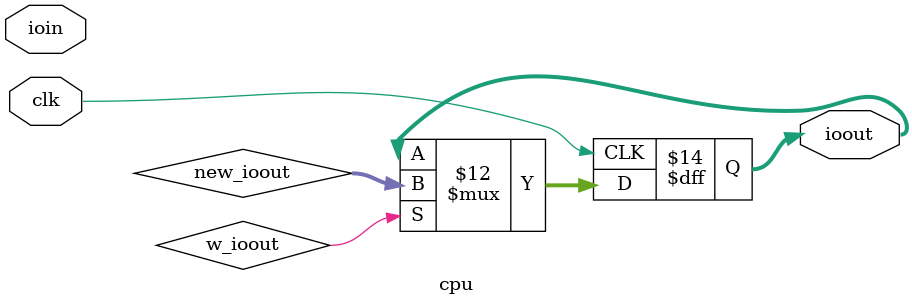
<source format=v>
`timescale 1ns/1ps

module cpu #(parameter ROM_PATH = "") (
        input clk,
        input [7:0] ioin,
        output [7:0] ioout
    );

    reg [7:0] acc;
    reg [7:0] dx;
    reg [7:0] dy;
    reg [7:0] sp;
    reg carry;

    wire [7:0] new_acc;
    wire [7:0] new_dx;
    wire [7:0] new_dy;
    wire [7:0] new_sp;
    wire [7:0] new_ioout;
    wire new_carry;

    wire w_acc;
    wire w_dx;
    wire w_dy;
    wire w_sp;
    wire w_ioout;
    wire w_carry;

    always @(posedge clk) begin
        if (w_acc) acc <= new_acc;
        if (w_dx) dx <= new_dx;
        if (w_dy) dy <= new_dy;
        if (w_sp) sp <= new_sp;
        if (w_ioout) ioout <= new_ioout;
        if (w_carry) carry <= new_carry;
    end

endmodule
</source>
